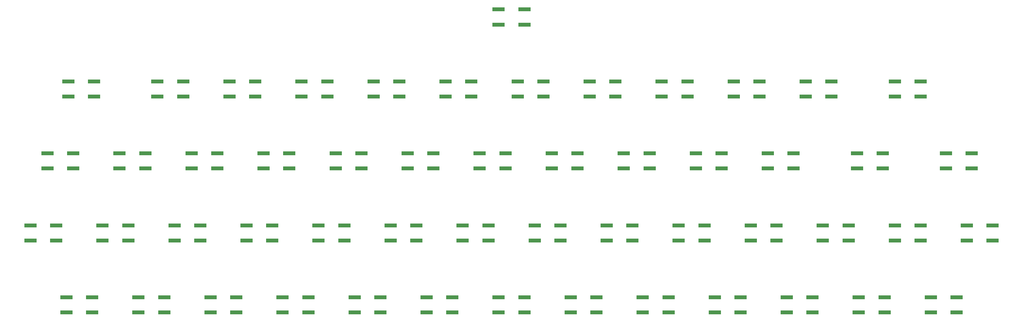
<source format=gbp>
G04 #@! TF.GenerationSoftware,KiCad,Pcbnew,(5.1.10)-1*
G04 #@! TF.CreationDate,2022-07-15T10:43:49-04:00*
G04 #@! TF.ProjectId,CoCo2SwitchBoard,436f436f-3253-4776-9974-6368426f6172,1.0*
G04 #@! TF.SameCoordinates,Original*
G04 #@! TF.FileFunction,Paste,Bot*
G04 #@! TF.FilePolarity,Positive*
%FSLAX46Y46*%
G04 Gerber Fmt 4.6, Leading zero omitted, Abs format (unit mm)*
G04 Created by KiCad (PCBNEW (5.1.10)-1) date 2022-07-15 10:43:49*
%MOMM*%
%LPD*%
G01*
G04 APERTURE LIST*
%ADD10R,3.200000X1.000000*%
G04 APERTURE END LIST*
D10*
X167400000Y64500000D03*
X160600000Y64500000D03*
X160600000Y60500000D03*
X167400000Y60500000D03*
X247900000Y64500000D03*
X241100000Y64500000D03*
X241100000Y60500000D03*
X247900000Y60500000D03*
X29900000Y64500000D03*
X23100000Y64500000D03*
X23100000Y60500000D03*
X29900000Y60500000D03*
X224400000Y64500000D03*
X217600000Y64500000D03*
X217600000Y60500000D03*
X224400000Y60500000D03*
X143400000Y7500000D03*
X136600000Y7500000D03*
X136600000Y3500000D03*
X143400000Y3500000D03*
X143400000Y83500000D03*
X136600000Y83500000D03*
X136600000Y79500000D03*
X143400000Y79500000D03*
X57900000Y26500000D03*
X51100000Y26500000D03*
X51100000Y22500000D03*
X57900000Y22500000D03*
X190900000Y26500000D03*
X184100000Y26500000D03*
X184100000Y22500000D03*
X190900000Y22500000D03*
X119400000Y45500000D03*
X112600000Y45500000D03*
X112600000Y41500000D03*
X119400000Y41500000D03*
X205400000Y64500000D03*
X198600000Y64500000D03*
X198600000Y60500000D03*
X205400000Y60500000D03*
X124400000Y7500000D03*
X117600000Y7500000D03*
X117600000Y3500000D03*
X124400000Y3500000D03*
X266900000Y26500000D03*
X260100000Y26500000D03*
X260100000Y22500000D03*
X266900000Y22500000D03*
X110400000Y64500000D03*
X103600000Y64500000D03*
X103600000Y60500000D03*
X110400000Y60500000D03*
X148400000Y64500000D03*
X141600000Y64500000D03*
X141600000Y60500000D03*
X148400000Y60500000D03*
X100400000Y45500000D03*
X93600000Y45500000D03*
X93600000Y41500000D03*
X100400000Y41500000D03*
X238400000Y7500000D03*
X231600000Y7500000D03*
X231600000Y3500000D03*
X238400000Y3500000D03*
X105400000Y7500000D03*
X98600000Y7500000D03*
X98600000Y3500000D03*
X105400000Y3500000D03*
X247900000Y26500000D03*
X241100000Y26500000D03*
X241100000Y22500000D03*
X247900000Y22500000D03*
X152900000Y26500000D03*
X146100000Y26500000D03*
X146100000Y22500000D03*
X152900000Y22500000D03*
X76900000Y26500000D03*
X70100000Y26500000D03*
X70100000Y22500000D03*
X76900000Y22500000D03*
X186400000Y64500000D03*
X179600000Y64500000D03*
X179600000Y60500000D03*
X186400000Y60500000D03*
X86400000Y7500000D03*
X79600000Y7500000D03*
X79600000Y3500000D03*
X86400000Y3500000D03*
X24400000Y45500000D03*
X17600000Y45500000D03*
X17600000Y41500000D03*
X24400000Y41500000D03*
X114900000Y26500000D03*
X108100000Y26500000D03*
X108100000Y22500000D03*
X114900000Y22500000D03*
X195400000Y45500000D03*
X188600000Y45500000D03*
X188600000Y41500000D03*
X195400000Y41500000D03*
X81400000Y45500000D03*
X74600000Y45500000D03*
X74600000Y41500000D03*
X81400000Y41500000D03*
X214400000Y45500000D03*
X207600000Y45500000D03*
X207600000Y41500000D03*
X214400000Y41500000D03*
X67400000Y7500000D03*
X60600000Y7500000D03*
X60600000Y3500000D03*
X67400000Y3500000D03*
X19900000Y26500000D03*
X13100000Y26500000D03*
X13100000Y22500000D03*
X19900000Y22500000D03*
X62400000Y45500000D03*
X55600000Y45500000D03*
X55600000Y41500000D03*
X62400000Y41500000D03*
X176400000Y45500000D03*
X169600000Y45500000D03*
X169600000Y41500000D03*
X176400000Y41500000D03*
X91400000Y64500000D03*
X84600000Y64500000D03*
X84600000Y60500000D03*
X91400000Y60500000D03*
X257400000Y7500000D03*
X250600000Y7500000D03*
X250600000Y3500000D03*
X257400000Y3500000D03*
X219400000Y7500000D03*
X212600000Y7500000D03*
X212600000Y3500000D03*
X219400000Y3500000D03*
X48400000Y7500000D03*
X41600000Y7500000D03*
X41600000Y3500000D03*
X48400000Y3500000D03*
X53400000Y64500000D03*
X46600000Y64500000D03*
X46600000Y60500000D03*
X53400000Y60500000D03*
X95900000Y26500000D03*
X89100000Y26500000D03*
X89100000Y22500000D03*
X95900000Y22500000D03*
X157400000Y45500000D03*
X150600000Y45500000D03*
X150600000Y41500000D03*
X157400000Y41500000D03*
X129400000Y64500000D03*
X122600000Y64500000D03*
X122600000Y60500000D03*
X129400000Y60500000D03*
X261400000Y45500000D03*
X254600000Y45500000D03*
X254600000Y41500000D03*
X261400000Y41500000D03*
X181400000Y7500000D03*
X174600000Y7500000D03*
X174600000Y3500000D03*
X181400000Y3500000D03*
X29400000Y7500000D03*
X22600000Y7500000D03*
X22600000Y3500000D03*
X29400000Y3500000D03*
X133900000Y26500000D03*
X127100000Y26500000D03*
X127100000Y22500000D03*
X133900000Y22500000D03*
X38900000Y26500000D03*
X32100000Y26500000D03*
X32100000Y22500000D03*
X38900000Y22500000D03*
X171900000Y26500000D03*
X165100000Y26500000D03*
X165100000Y22500000D03*
X171900000Y22500000D03*
X43400000Y45500000D03*
X36600000Y45500000D03*
X36600000Y41500000D03*
X43400000Y41500000D03*
X237900000Y45500000D03*
X231100000Y45500000D03*
X231100000Y41500000D03*
X237900000Y41500000D03*
X162400000Y7500000D03*
X155600000Y7500000D03*
X155600000Y3500000D03*
X162400000Y3500000D03*
X200400000Y7500000D03*
X193600000Y7500000D03*
X193600000Y3500000D03*
X200400000Y3500000D03*
X72400000Y64500000D03*
X65600000Y64500000D03*
X65600000Y60500000D03*
X72400000Y60500000D03*
X209900000Y26500000D03*
X203100000Y26500000D03*
X203100000Y22500000D03*
X209900000Y22500000D03*
X138400000Y45500000D03*
X131600000Y45500000D03*
X131600000Y41500000D03*
X138400000Y41500000D03*
X228900000Y26500000D03*
X222100000Y26500000D03*
X222100000Y22500000D03*
X228900000Y22500000D03*
M02*

</source>
